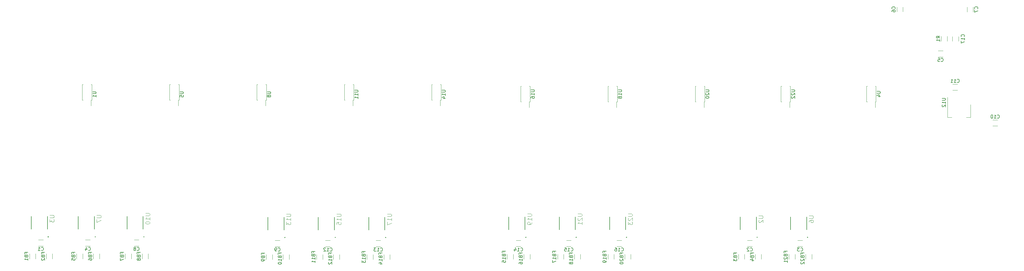
<source format=gbr>
%TF.GenerationSoftware,KiCad,Pcbnew,(6.0.4)*%
%TF.CreationDate,2023-03-07T14:55:24-05:00*%
%TF.ProjectId,Pyrolysis,5079726f-6c79-4736-9973-2e6b69636164,rev?*%
%TF.SameCoordinates,Original*%
%TF.FileFunction,Legend,Bot*%
%TF.FilePolarity,Positive*%
%FSLAX46Y46*%
G04 Gerber Fmt 4.6, Leading zero omitted, Abs format (unit mm)*
G04 Created by KiCad (PCBNEW (6.0.4)) date 2023-03-07 14:55:24*
%MOMM*%
%LPD*%
G01*
G04 APERTURE LIST*
%ADD10C,0.101600*%
%ADD11C,0.150000*%
%ADD12C,0.203200*%
%ADD13C,0.200000*%
%ADD14C,0.120000*%
G04 APERTURE END LIST*
D10*
%TO.C,U21*%
X379314523Y-259190119D02*
X380342619Y-259190119D01*
X380463571Y-259250595D01*
X380524047Y-259311071D01*
X380584523Y-259432023D01*
X380584523Y-259673928D01*
X380524047Y-259794880D01*
X380463571Y-259855357D01*
X380342619Y-259915833D01*
X379314523Y-259915833D01*
X379435476Y-260460119D02*
X379375000Y-260520595D01*
X379314523Y-260641547D01*
X379314523Y-260943928D01*
X379375000Y-261064880D01*
X379435476Y-261125357D01*
X379556428Y-261185833D01*
X379677380Y-261185833D01*
X379858809Y-261125357D01*
X380584523Y-260399642D01*
X380584523Y-261185833D01*
X380584523Y-262395357D02*
X380584523Y-261669642D01*
X380584523Y-262032500D02*
X379314523Y-262032500D01*
X379495952Y-261911547D01*
X379616904Y-261790595D01*
X379677380Y-261669642D01*
D11*
%TO.C,C2*%
X430679166Y-270239642D02*
X430726785Y-270287261D01*
X430869642Y-270334880D01*
X430964880Y-270334880D01*
X431107738Y-270287261D01*
X431202976Y-270192023D01*
X431250595Y-270096785D01*
X431298214Y-269906309D01*
X431298214Y-269763452D01*
X431250595Y-269572976D01*
X431202976Y-269477738D01*
X431107738Y-269382500D01*
X430964880Y-269334880D01*
X430869642Y-269334880D01*
X430726785Y-269382500D01*
X430679166Y-269430119D01*
X430298214Y-269430119D02*
X430250595Y-269382500D01*
X430155357Y-269334880D01*
X429917261Y-269334880D01*
X429822023Y-269382500D01*
X429774404Y-269430119D01*
X429726785Y-269525357D01*
X429726785Y-269620595D01*
X429774404Y-269763452D01*
X430345833Y-270334880D01*
X429726785Y-270334880D01*
%TO.C,FB13*%
X315576886Y-270762152D02*
X315576886Y-270428818D01*
X316100695Y-270428818D02*
X315100695Y-270428818D01*
X315100695Y-270905009D01*
X315576886Y-271619295D02*
X315624505Y-271762152D01*
X315672124Y-271809771D01*
X315767362Y-271857390D01*
X315910219Y-271857390D01*
X316005457Y-271809771D01*
X316053076Y-271762152D01*
X316100695Y-271666914D01*
X316100695Y-271285961D01*
X315100695Y-271285961D01*
X315100695Y-271619295D01*
X315148315Y-271714533D01*
X315195934Y-271762152D01*
X315291172Y-271809771D01*
X315386410Y-271809771D01*
X315481648Y-271762152D01*
X315529267Y-271714533D01*
X315576886Y-271619295D01*
X315576886Y-271285961D01*
X316100695Y-272809771D02*
X316100695Y-272238342D01*
X316100695Y-272524056D02*
X315100695Y-272524056D01*
X315243553Y-272428818D01*
X315338791Y-272333580D01*
X315386410Y-272238342D01*
X315100695Y-273143104D02*
X315100695Y-273762152D01*
X315481648Y-273428818D01*
X315481648Y-273571676D01*
X315529267Y-273666914D01*
X315576886Y-273714533D01*
X315672124Y-273762152D01*
X315910219Y-273762152D01*
X316005457Y-273714533D01*
X316053076Y-273666914D01*
X316100695Y-273571676D01*
X316100695Y-273285961D01*
X316053076Y-273190723D01*
X316005457Y-273143104D01*
%TO.C,FB10*%
X290576886Y-271229652D02*
X290576886Y-270896318D01*
X291100695Y-270896318D02*
X290100695Y-270896318D01*
X290100695Y-271372509D01*
X290576886Y-272086795D02*
X290624505Y-272229652D01*
X290672124Y-272277271D01*
X290767362Y-272324890D01*
X290910219Y-272324890D01*
X291005457Y-272277271D01*
X291053076Y-272229652D01*
X291100695Y-272134414D01*
X291100695Y-271753461D01*
X290100695Y-271753461D01*
X290100695Y-272086795D01*
X290148315Y-272182033D01*
X290195934Y-272229652D01*
X290291172Y-272277271D01*
X290386410Y-272277271D01*
X290481648Y-272229652D01*
X290529267Y-272182033D01*
X290576886Y-272086795D01*
X290576886Y-271753461D01*
X291100695Y-273277271D02*
X291100695Y-272705842D01*
X291100695Y-272991556D02*
X290100695Y-272991556D01*
X290243553Y-272896318D01*
X290338791Y-272801080D01*
X290386410Y-272705842D01*
X290100695Y-273896318D02*
X290100695Y-273991556D01*
X290148315Y-274086795D01*
X290195934Y-274134414D01*
X290291172Y-274182033D01*
X290481648Y-274229652D01*
X290719743Y-274229652D01*
X290910219Y-274182033D01*
X291005457Y-274134414D01*
X291053076Y-274086795D01*
X291100695Y-273991556D01*
X291100695Y-273896318D01*
X291053076Y-273801080D01*
X291005457Y-273753461D01*
X290910219Y-273705842D01*
X290719743Y-273658223D01*
X290481648Y-273658223D01*
X290291172Y-273705842D01*
X290195934Y-273753461D01*
X290148315Y-273801080D01*
X290100695Y-273896318D01*
%TO.C,FB6*%
X234108571Y-271044166D02*
X234108571Y-270710833D01*
X234632380Y-270710833D02*
X233632380Y-270710833D01*
X233632380Y-271187023D01*
X234108571Y-271901309D02*
X234156190Y-272044166D01*
X234203809Y-272091785D01*
X234299047Y-272139404D01*
X234441904Y-272139404D01*
X234537142Y-272091785D01*
X234584761Y-272044166D01*
X234632380Y-271948928D01*
X234632380Y-271567976D01*
X233632380Y-271567976D01*
X233632380Y-271901309D01*
X233680000Y-271996547D01*
X233727619Y-272044166D01*
X233822857Y-272091785D01*
X233918095Y-272091785D01*
X234013333Y-272044166D01*
X234060952Y-271996547D01*
X234108571Y-271901309D01*
X234108571Y-271567976D01*
X233632380Y-272996547D02*
X233632380Y-272806071D01*
X233680000Y-272710833D01*
X233727619Y-272663214D01*
X233870476Y-272567976D01*
X234060952Y-272520357D01*
X234441904Y-272520357D01*
X234537142Y-272567976D01*
X234584761Y-272615595D01*
X234632380Y-272710833D01*
X234632380Y-272901309D01*
X234584761Y-272996547D01*
X234537142Y-273044166D01*
X234441904Y-273091785D01*
X234203809Y-273091785D01*
X234108571Y-273044166D01*
X234060952Y-272996547D01*
X234013333Y-272901309D01*
X234013333Y-272710833D01*
X234060952Y-272615595D01*
X234108571Y-272567976D01*
X234203809Y-272520357D01*
%TO.C,U22*%
X442902380Y-222166904D02*
X443711904Y-222166904D01*
X443807142Y-222214523D01*
X443854761Y-222262142D01*
X443902380Y-222357380D01*
X443902380Y-222547857D01*
X443854761Y-222643095D01*
X443807142Y-222690714D01*
X443711904Y-222738333D01*
X442902380Y-222738333D01*
X442997619Y-223166904D02*
X442950000Y-223214523D01*
X442902380Y-223309761D01*
X442902380Y-223547857D01*
X442950000Y-223643095D01*
X442997619Y-223690714D01*
X443092857Y-223738333D01*
X443188095Y-223738333D01*
X443330952Y-223690714D01*
X443902380Y-223119285D01*
X443902380Y-223738333D01*
X442997619Y-224119285D02*
X442950000Y-224166904D01*
X442902380Y-224262142D01*
X442902380Y-224500238D01*
X442950000Y-224595476D01*
X442997619Y-224643095D01*
X443092857Y-224690714D01*
X443188095Y-224690714D01*
X443330952Y-224643095D01*
X443902380Y-224071666D01*
X443902380Y-224690714D01*
%TO.C,C17*%
X494357142Y-206287142D02*
X494404761Y-206239523D01*
X494452380Y-206096666D01*
X494452380Y-206001428D01*
X494404761Y-205858571D01*
X494309523Y-205763333D01*
X494214285Y-205715714D01*
X494023809Y-205668095D01*
X493880952Y-205668095D01*
X493690476Y-205715714D01*
X493595238Y-205763333D01*
X493500000Y-205858571D01*
X493452380Y-206001428D01*
X493452380Y-206096666D01*
X493500000Y-206239523D01*
X493547619Y-206287142D01*
X494452380Y-207239523D02*
X494452380Y-206668095D01*
X494452380Y-206953809D02*
X493452380Y-206953809D01*
X493595238Y-206858571D01*
X493690476Y-206763333D01*
X493738095Y-206668095D01*
X493452380Y-207572857D02*
X493452380Y-208239523D01*
X494452380Y-207810952D01*
%TO.C,FB2*%
X220108571Y-271044166D02*
X220108571Y-270710833D01*
X220632380Y-270710833D02*
X219632380Y-270710833D01*
X219632380Y-271187023D01*
X220108571Y-271901309D02*
X220156190Y-272044166D01*
X220203809Y-272091785D01*
X220299047Y-272139404D01*
X220441904Y-272139404D01*
X220537142Y-272091785D01*
X220584761Y-272044166D01*
X220632380Y-271948928D01*
X220632380Y-271567976D01*
X219632380Y-271567976D01*
X219632380Y-271901309D01*
X219680000Y-271996547D01*
X219727619Y-272044166D01*
X219822857Y-272091785D01*
X219918095Y-272091785D01*
X220013333Y-272044166D01*
X220060952Y-271996547D01*
X220108571Y-271901309D01*
X220108571Y-271567976D01*
X219727619Y-272520357D02*
X219680000Y-272567976D01*
X219632380Y-272663214D01*
X219632380Y-272901309D01*
X219680000Y-272996547D01*
X219727619Y-273044166D01*
X219822857Y-273091785D01*
X219918095Y-273091785D01*
X220060952Y-273044166D01*
X220632380Y-272472738D01*
X220632380Y-273091785D01*
%TO.C,FB18*%
X377308571Y-271190476D02*
X377308571Y-270857142D01*
X377832380Y-270857142D02*
X376832380Y-270857142D01*
X376832380Y-271333333D01*
X377308571Y-272047619D02*
X377356190Y-272190476D01*
X377403809Y-272238095D01*
X377499047Y-272285714D01*
X377641904Y-272285714D01*
X377737142Y-272238095D01*
X377784761Y-272190476D01*
X377832380Y-272095238D01*
X377832380Y-271714285D01*
X376832380Y-271714285D01*
X376832380Y-272047619D01*
X376880000Y-272142857D01*
X376927619Y-272190476D01*
X377022857Y-272238095D01*
X377118095Y-272238095D01*
X377213333Y-272190476D01*
X377260952Y-272142857D01*
X377308571Y-272047619D01*
X377308571Y-271714285D01*
X377832380Y-273238095D02*
X377832380Y-272666666D01*
X377832380Y-272952380D02*
X376832380Y-272952380D01*
X376975238Y-272857142D01*
X377070476Y-272761904D01*
X377118095Y-272666666D01*
X377260952Y-273809523D02*
X377213333Y-273714285D01*
X377165714Y-273666666D01*
X377070476Y-273619047D01*
X377022857Y-273619047D01*
X376927619Y-273666666D01*
X376880000Y-273714285D01*
X376832380Y-273809523D01*
X376832380Y-274000000D01*
X376880000Y-274095238D01*
X376927619Y-274142857D01*
X377022857Y-274190476D01*
X377070476Y-274190476D01*
X377165714Y-274142857D01*
X377213333Y-274095238D01*
X377260952Y-274000000D01*
X377260952Y-273809523D01*
X377308571Y-273714285D01*
X377356190Y-273666666D01*
X377451428Y-273619047D01*
X377641904Y-273619047D01*
X377737142Y-273666666D01*
X377784761Y-273714285D01*
X377832380Y-273809523D01*
X377832380Y-274000000D01*
X377784761Y-274095238D01*
X377737142Y-274142857D01*
X377641904Y-274190476D01*
X377451428Y-274190476D01*
X377356190Y-274142857D01*
X377308571Y-274095238D01*
X377260952Y-274000000D01*
%TO.C,FB17*%
X372308571Y-270722976D02*
X372308571Y-270389642D01*
X372832380Y-270389642D02*
X371832380Y-270389642D01*
X371832380Y-270865833D01*
X372308571Y-271580119D02*
X372356190Y-271722976D01*
X372403809Y-271770595D01*
X372499047Y-271818214D01*
X372641904Y-271818214D01*
X372737142Y-271770595D01*
X372784761Y-271722976D01*
X372832380Y-271627738D01*
X372832380Y-271246785D01*
X371832380Y-271246785D01*
X371832380Y-271580119D01*
X371880000Y-271675357D01*
X371927619Y-271722976D01*
X372022857Y-271770595D01*
X372118095Y-271770595D01*
X372213333Y-271722976D01*
X372260952Y-271675357D01*
X372308571Y-271580119D01*
X372308571Y-271246785D01*
X372832380Y-272770595D02*
X372832380Y-272199166D01*
X372832380Y-272484880D02*
X371832380Y-272484880D01*
X371975238Y-272389642D01*
X372070476Y-272294404D01*
X372118095Y-272199166D01*
X371832380Y-273103928D02*
X371832380Y-273770595D01*
X372832380Y-273342023D01*
%TO.C,FB1*%
X215108571Y-271044166D02*
X215108571Y-270710833D01*
X215632380Y-270710833D02*
X214632380Y-270710833D01*
X214632380Y-271187023D01*
X215108571Y-271901309D02*
X215156190Y-272044166D01*
X215203809Y-272091785D01*
X215299047Y-272139404D01*
X215441904Y-272139404D01*
X215537142Y-272091785D01*
X215584761Y-272044166D01*
X215632380Y-271948928D01*
X215632380Y-271567976D01*
X214632380Y-271567976D01*
X214632380Y-271901309D01*
X214680000Y-271996547D01*
X214727619Y-272044166D01*
X214822857Y-272091785D01*
X214918095Y-272091785D01*
X215013333Y-272044166D01*
X215060952Y-271996547D01*
X215108571Y-271901309D01*
X215108571Y-271567976D01*
X215632380Y-273091785D02*
X215632380Y-272520357D01*
X215632380Y-272806071D02*
X214632380Y-272806071D01*
X214775238Y-272710833D01*
X214870476Y-272615595D01*
X214918095Y-272520357D01*
%TO.C,C8*%
X248104166Y-270084642D02*
X248151785Y-270132261D01*
X248294642Y-270179880D01*
X248389880Y-270179880D01*
X248532738Y-270132261D01*
X248627976Y-270037023D01*
X248675595Y-269941785D01*
X248723214Y-269751309D01*
X248723214Y-269608452D01*
X248675595Y-269417976D01*
X248627976Y-269322738D01*
X248532738Y-269227500D01*
X248389880Y-269179880D01*
X248294642Y-269179880D01*
X248151785Y-269227500D01*
X248104166Y-269275119D01*
X247532738Y-269608452D02*
X247627976Y-269560833D01*
X247675595Y-269513214D01*
X247723214Y-269417976D01*
X247723214Y-269370357D01*
X247675595Y-269275119D01*
X247627976Y-269227500D01*
X247532738Y-269179880D01*
X247342261Y-269179880D01*
X247247023Y-269227500D01*
X247199404Y-269275119D01*
X247151785Y-269370357D01*
X247151785Y-269417976D01*
X247199404Y-269513214D01*
X247247023Y-269560833D01*
X247342261Y-269608452D01*
X247532738Y-269608452D01*
X247627976Y-269656071D01*
X247675595Y-269703690D01*
X247723214Y-269798928D01*
X247723214Y-269989404D01*
X247675595Y-270084642D01*
X247627976Y-270132261D01*
X247532738Y-270179880D01*
X247342261Y-270179880D01*
X247247023Y-270132261D01*
X247199404Y-270084642D01*
X247151785Y-269989404D01*
X247151785Y-269798928D01*
X247199404Y-269703690D01*
X247247023Y-269656071D01*
X247342261Y-269608452D01*
%TO.C,U5*%
X260902380Y-222738095D02*
X261711904Y-222738095D01*
X261807142Y-222785714D01*
X261854761Y-222833333D01*
X261902380Y-222928571D01*
X261902380Y-223119047D01*
X261854761Y-223214285D01*
X261807142Y-223261904D01*
X261711904Y-223309523D01*
X260902380Y-223309523D01*
X260902380Y-224261904D02*
X260902380Y-223785714D01*
X261378571Y-223738095D01*
X261330952Y-223785714D01*
X261283333Y-223880952D01*
X261283333Y-224119047D01*
X261330952Y-224214285D01*
X261378571Y-224261904D01*
X261473809Y-224309523D01*
X261711904Y-224309523D01*
X261807142Y-224261904D01*
X261854761Y-224214285D01*
X261902380Y-224119047D01*
X261902380Y-223880952D01*
X261854761Y-223785714D01*
X261807142Y-223738095D01*
%TO.C,U12*%
X487792380Y-224701904D02*
X488601904Y-224701904D01*
X488697142Y-224749523D01*
X488744761Y-224797142D01*
X488792380Y-224892380D01*
X488792380Y-225082857D01*
X488744761Y-225178095D01*
X488697142Y-225225714D01*
X488601904Y-225273333D01*
X487792380Y-225273333D01*
X488792380Y-226273333D02*
X488792380Y-225701904D01*
X488792380Y-225987619D02*
X487792380Y-225987619D01*
X487935238Y-225892380D01*
X488030476Y-225797142D01*
X488078095Y-225701904D01*
X487887619Y-226654285D02*
X487840000Y-226701904D01*
X487792380Y-226797142D01*
X487792380Y-227035238D01*
X487840000Y-227130476D01*
X487887619Y-227178095D01*
X487982857Y-227225714D01*
X488078095Y-227225714D01*
X488220952Y-227178095D01*
X488792380Y-226606666D01*
X488792380Y-227225714D01*
D10*
%TO.C,U2*%
X433189523Y-259794880D02*
X434217619Y-259794880D01*
X434338571Y-259855357D01*
X434399047Y-259915833D01*
X434459523Y-260036785D01*
X434459523Y-260278690D01*
X434399047Y-260399642D01*
X434338571Y-260460119D01*
X434217619Y-260520595D01*
X433189523Y-260520595D01*
X433310476Y-261064880D02*
X433250000Y-261125357D01*
X433189523Y-261246309D01*
X433189523Y-261548690D01*
X433250000Y-261669642D01*
X433310476Y-261730119D01*
X433431428Y-261790595D01*
X433552380Y-261790595D01*
X433733809Y-261730119D01*
X434459523Y-261004404D01*
X434459523Y-261790595D01*
D11*
%TO.C,FB3*%
X426183571Y-271199166D02*
X426183571Y-270865833D01*
X426707380Y-270865833D02*
X425707380Y-270865833D01*
X425707380Y-271342023D01*
X426183571Y-272056309D02*
X426231190Y-272199166D01*
X426278809Y-272246785D01*
X426374047Y-272294404D01*
X426516904Y-272294404D01*
X426612142Y-272246785D01*
X426659761Y-272199166D01*
X426707380Y-272103928D01*
X426707380Y-271722976D01*
X425707380Y-271722976D01*
X425707380Y-272056309D01*
X425755000Y-272151547D01*
X425802619Y-272199166D01*
X425897857Y-272246785D01*
X425993095Y-272246785D01*
X426088333Y-272199166D01*
X426135952Y-272151547D01*
X426183571Y-272056309D01*
X426183571Y-271722976D01*
X425707380Y-272627738D02*
X425707380Y-273246785D01*
X426088333Y-272913452D01*
X426088333Y-273056309D01*
X426135952Y-273151547D01*
X426183571Y-273199166D01*
X426278809Y-273246785D01*
X426516904Y-273246785D01*
X426612142Y-273199166D01*
X426659761Y-273151547D01*
X426707380Y-273056309D01*
X426707380Y-272770595D01*
X426659761Y-272675357D01*
X426612142Y-272627738D01*
D10*
%TO.C,U13*%
X292582838Y-259229295D02*
X293610934Y-259229295D01*
X293731886Y-259289771D01*
X293792362Y-259350247D01*
X293852838Y-259471199D01*
X293852838Y-259713104D01*
X293792362Y-259834056D01*
X293731886Y-259894533D01*
X293610934Y-259955009D01*
X292582838Y-259955009D01*
X293852838Y-261225009D02*
X293852838Y-260499295D01*
X293852838Y-260862152D02*
X292582838Y-260862152D01*
X292764267Y-260741199D01*
X292885219Y-260620247D01*
X292945695Y-260499295D01*
X292582838Y-261648342D02*
X292582838Y-262434533D01*
X293066648Y-262011199D01*
X293066648Y-262192628D01*
X293127124Y-262313580D01*
X293187600Y-262374056D01*
X293308553Y-262434533D01*
X293610934Y-262434533D01*
X293731886Y-262374056D01*
X293792362Y-262313580D01*
X293852838Y-262192628D01*
X293852838Y-261829771D01*
X293792362Y-261708818D01*
X293731886Y-261648342D01*
D11*
%TO.C,FB9*%
X285576886Y-271238342D02*
X285576886Y-270905009D01*
X286100695Y-270905009D02*
X285100695Y-270905009D01*
X285100695Y-271381199D01*
X285576886Y-272095485D02*
X285624505Y-272238342D01*
X285672124Y-272285961D01*
X285767362Y-272333580D01*
X285910219Y-272333580D01*
X286005457Y-272285961D01*
X286053076Y-272238342D01*
X286100695Y-272143104D01*
X286100695Y-271762152D01*
X285100695Y-271762152D01*
X285100695Y-272095485D01*
X285148315Y-272190723D01*
X285195934Y-272238342D01*
X285291172Y-272285961D01*
X285386410Y-272285961D01*
X285481648Y-272238342D01*
X285529267Y-272190723D01*
X285576886Y-272095485D01*
X285576886Y-271762152D01*
X286100695Y-272809771D02*
X286100695Y-273000247D01*
X286053076Y-273095485D01*
X286005457Y-273143104D01*
X285862600Y-273238342D01*
X285672124Y-273285961D01*
X285291172Y-273285961D01*
X285195934Y-273238342D01*
X285148315Y-273190723D01*
X285100695Y-273095485D01*
X285100695Y-272905009D01*
X285148315Y-272809771D01*
X285195934Y-272762152D01*
X285291172Y-272714533D01*
X285529267Y-272714533D01*
X285624505Y-272762152D01*
X285672124Y-272809771D01*
X285719743Y-272905009D01*
X285719743Y-273095485D01*
X285672124Y-273190723D01*
X285624505Y-273238342D01*
X285529267Y-273285961D01*
%TO.C,C6*%
X473747142Y-197963333D02*
X473794761Y-197915714D01*
X473842380Y-197772857D01*
X473842380Y-197677619D01*
X473794761Y-197534761D01*
X473699523Y-197439523D01*
X473604285Y-197391904D01*
X473413809Y-197344285D01*
X473270952Y-197344285D01*
X473080476Y-197391904D01*
X472985238Y-197439523D01*
X472890000Y-197534761D01*
X472842380Y-197677619D01*
X472842380Y-197772857D01*
X472890000Y-197915714D01*
X472937619Y-197963333D01*
X472842380Y-198820476D02*
X472842380Y-198630000D01*
X472890000Y-198534761D01*
X472937619Y-198487142D01*
X473080476Y-198391904D01*
X473270952Y-198344285D01*
X473651904Y-198344285D01*
X473747142Y-198391904D01*
X473794761Y-198439523D01*
X473842380Y-198534761D01*
X473842380Y-198725238D01*
X473794761Y-198820476D01*
X473747142Y-198868095D01*
X473651904Y-198915714D01*
X473413809Y-198915714D01*
X473318571Y-198868095D01*
X473270952Y-198820476D01*
X473223333Y-198725238D01*
X473223333Y-198534761D01*
X473270952Y-198439523D01*
X473318571Y-198391904D01*
X473413809Y-198344285D01*
%TO.C,FB5*%
X229108571Y-271044166D02*
X229108571Y-270710833D01*
X229632380Y-270710833D02*
X228632380Y-270710833D01*
X228632380Y-271187023D01*
X229108571Y-271901309D02*
X229156190Y-272044166D01*
X229203809Y-272091785D01*
X229299047Y-272139404D01*
X229441904Y-272139404D01*
X229537142Y-272091785D01*
X229584761Y-272044166D01*
X229632380Y-271948928D01*
X229632380Y-271567976D01*
X228632380Y-271567976D01*
X228632380Y-271901309D01*
X228680000Y-271996547D01*
X228727619Y-272044166D01*
X228822857Y-272091785D01*
X228918095Y-272091785D01*
X229013333Y-272044166D01*
X229060952Y-271996547D01*
X229108571Y-271901309D01*
X229108571Y-271567976D01*
X228632380Y-273044166D02*
X228632380Y-272567976D01*
X229108571Y-272520357D01*
X229060952Y-272567976D01*
X229013333Y-272663214D01*
X229013333Y-272901309D01*
X229060952Y-272996547D01*
X229108571Y-273044166D01*
X229203809Y-273091785D01*
X229441904Y-273091785D01*
X229537142Y-273044166D01*
X229584761Y-272996547D01*
X229632380Y-272901309D01*
X229632380Y-272663214D01*
X229584761Y-272567976D01*
X229537142Y-272520357D01*
%TO.C,FB8*%
X248608571Y-271044166D02*
X248608571Y-270710833D01*
X249132380Y-270710833D02*
X248132380Y-270710833D01*
X248132380Y-271187023D01*
X248608571Y-271901309D02*
X248656190Y-272044166D01*
X248703809Y-272091785D01*
X248799047Y-272139404D01*
X248941904Y-272139404D01*
X249037142Y-272091785D01*
X249084761Y-272044166D01*
X249132380Y-271948928D01*
X249132380Y-271567976D01*
X248132380Y-271567976D01*
X248132380Y-271901309D01*
X248180000Y-271996547D01*
X248227619Y-272044166D01*
X248322857Y-272091785D01*
X248418095Y-272091785D01*
X248513333Y-272044166D01*
X248560952Y-271996547D01*
X248608571Y-271901309D01*
X248608571Y-271567976D01*
X248560952Y-272710833D02*
X248513333Y-272615595D01*
X248465714Y-272567976D01*
X248370476Y-272520357D01*
X248322857Y-272520357D01*
X248227619Y-272567976D01*
X248180000Y-272615595D01*
X248132380Y-272710833D01*
X248132380Y-272901309D01*
X248180000Y-272996547D01*
X248227619Y-273044166D01*
X248322857Y-273091785D01*
X248370476Y-273091785D01*
X248465714Y-273044166D01*
X248513333Y-272996547D01*
X248560952Y-272901309D01*
X248560952Y-272710833D01*
X248608571Y-272615595D01*
X248656190Y-272567976D01*
X248751428Y-272520357D01*
X248941904Y-272520357D01*
X249037142Y-272567976D01*
X249084761Y-272615595D01*
X249132380Y-272710833D01*
X249132380Y-272901309D01*
X249084761Y-272996547D01*
X249037142Y-273044166D01*
X248941904Y-273091785D01*
X248751428Y-273091785D01*
X248656190Y-273044166D01*
X248608571Y-272996547D01*
X248560952Y-272901309D01*
D10*
%TO.C,U17*%
X322582838Y-259229295D02*
X323610934Y-259229295D01*
X323731886Y-259289771D01*
X323792362Y-259350247D01*
X323852838Y-259471199D01*
X323852838Y-259713104D01*
X323792362Y-259834056D01*
X323731886Y-259894533D01*
X323610934Y-259955009D01*
X322582838Y-259955009D01*
X323852838Y-261225009D02*
X323852838Y-260499295D01*
X323852838Y-260862152D02*
X322582838Y-260862152D01*
X322764267Y-260741199D01*
X322885219Y-260620247D01*
X322945695Y-260499295D01*
X322582838Y-261648342D02*
X322582838Y-262495009D01*
X323852838Y-261950723D01*
D11*
%TO.C,FB14*%
X320576886Y-271229652D02*
X320576886Y-270896318D01*
X321100695Y-270896318D02*
X320100695Y-270896318D01*
X320100695Y-271372509D01*
X320576886Y-272086795D02*
X320624505Y-272229652D01*
X320672124Y-272277271D01*
X320767362Y-272324890D01*
X320910219Y-272324890D01*
X321005457Y-272277271D01*
X321053076Y-272229652D01*
X321100695Y-272134414D01*
X321100695Y-271753461D01*
X320100695Y-271753461D01*
X320100695Y-272086795D01*
X320148315Y-272182033D01*
X320195934Y-272229652D01*
X320291172Y-272277271D01*
X320386410Y-272277271D01*
X320481648Y-272229652D01*
X320529267Y-272182033D01*
X320576886Y-272086795D01*
X320576886Y-271753461D01*
X321100695Y-273277271D02*
X321100695Y-272705842D01*
X321100695Y-272991556D02*
X320100695Y-272991556D01*
X320243553Y-272896318D01*
X320338791Y-272801080D01*
X320386410Y-272705842D01*
X320434029Y-274134414D02*
X321100695Y-274134414D01*
X320053076Y-273896318D02*
X320767362Y-273658223D01*
X320767362Y-274277271D01*
%TO.C,FB20*%
X392308571Y-271190476D02*
X392308571Y-270857142D01*
X392832380Y-270857142D02*
X391832380Y-270857142D01*
X391832380Y-271333333D01*
X392308571Y-272047619D02*
X392356190Y-272190476D01*
X392403809Y-272238095D01*
X392499047Y-272285714D01*
X392641904Y-272285714D01*
X392737142Y-272238095D01*
X392784761Y-272190476D01*
X392832380Y-272095238D01*
X392832380Y-271714285D01*
X391832380Y-271714285D01*
X391832380Y-272047619D01*
X391880000Y-272142857D01*
X391927619Y-272190476D01*
X392022857Y-272238095D01*
X392118095Y-272238095D01*
X392213333Y-272190476D01*
X392260952Y-272142857D01*
X392308571Y-272047619D01*
X392308571Y-271714285D01*
X391927619Y-272666666D02*
X391880000Y-272714285D01*
X391832380Y-272809523D01*
X391832380Y-273047619D01*
X391880000Y-273142857D01*
X391927619Y-273190476D01*
X392022857Y-273238095D01*
X392118095Y-273238095D01*
X392260952Y-273190476D01*
X392832380Y-272619047D01*
X392832380Y-273238095D01*
X391832380Y-273857142D02*
X391832380Y-273952380D01*
X391880000Y-274047619D01*
X391927619Y-274095238D01*
X392022857Y-274142857D01*
X392213333Y-274190476D01*
X392451428Y-274190476D01*
X392641904Y-274142857D01*
X392737142Y-274095238D01*
X392784761Y-274047619D01*
X392832380Y-273952380D01*
X392832380Y-273857142D01*
X392784761Y-273761904D01*
X392737142Y-273714285D01*
X392641904Y-273666666D01*
X392451428Y-273619047D01*
X392213333Y-273619047D01*
X392022857Y-273666666D01*
X391927619Y-273714285D01*
X391880000Y-273761904D01*
X391832380Y-273857142D01*
D10*
%TO.C,U6*%
X448189523Y-259794880D02*
X449217619Y-259794880D01*
X449338571Y-259855357D01*
X449399047Y-259915833D01*
X449459523Y-260036785D01*
X449459523Y-260278690D01*
X449399047Y-260399642D01*
X449338571Y-260460119D01*
X449217619Y-260520595D01*
X448189523Y-260520595D01*
X448189523Y-261669642D02*
X448189523Y-261427738D01*
X448250000Y-261306785D01*
X448310476Y-261246309D01*
X448491904Y-261125357D01*
X448733809Y-261064880D01*
X449217619Y-261064880D01*
X449338571Y-261125357D01*
X449399047Y-261185833D01*
X449459523Y-261306785D01*
X449459523Y-261548690D01*
X449399047Y-261669642D01*
X449338571Y-261730119D01*
X449217619Y-261790595D01*
X448915238Y-261790595D01*
X448794285Y-261730119D01*
X448733809Y-261669642D01*
X448673333Y-261548690D01*
X448673333Y-261306785D01*
X448733809Y-261185833D01*
X448794285Y-261125357D01*
X448915238Y-261064880D01*
%TO.C,U15*%
X307582838Y-259229295D02*
X308610934Y-259229295D01*
X308731886Y-259289771D01*
X308792362Y-259350247D01*
X308852838Y-259471199D01*
X308852838Y-259713104D01*
X308792362Y-259834056D01*
X308731886Y-259894533D01*
X308610934Y-259955009D01*
X307582838Y-259955009D01*
X308852838Y-261225009D02*
X308852838Y-260499295D01*
X308852838Y-260862152D02*
X307582838Y-260862152D01*
X307764267Y-260741199D01*
X307885219Y-260620247D01*
X307945695Y-260499295D01*
X307582838Y-262374056D02*
X307582838Y-261769295D01*
X308187600Y-261708818D01*
X308127124Y-261769295D01*
X308066648Y-261890247D01*
X308066648Y-262192628D01*
X308127124Y-262313580D01*
X308187600Y-262374056D01*
X308308553Y-262434533D01*
X308610934Y-262434533D01*
X308731886Y-262374056D01*
X308792362Y-262313580D01*
X308852838Y-262192628D01*
X308852838Y-261890247D01*
X308792362Y-261769295D01*
X308731886Y-261708818D01*
D11*
%TO.C,U14*%
X338902380Y-222261904D02*
X339711904Y-222261904D01*
X339807142Y-222309523D01*
X339854761Y-222357142D01*
X339902380Y-222452380D01*
X339902380Y-222642857D01*
X339854761Y-222738095D01*
X339807142Y-222785714D01*
X339711904Y-222833333D01*
X338902380Y-222833333D01*
X339902380Y-223833333D02*
X339902380Y-223261904D01*
X339902380Y-223547619D02*
X338902380Y-223547619D01*
X339045238Y-223452380D01*
X339140476Y-223357142D01*
X339188095Y-223261904D01*
X339235714Y-224690476D02*
X339902380Y-224690476D01*
X338854761Y-224452380D02*
X339569047Y-224214285D01*
X339569047Y-224833333D01*
%TO.C,C1*%
X219604166Y-270084642D02*
X219651785Y-270132261D01*
X219794642Y-270179880D01*
X219889880Y-270179880D01*
X220032738Y-270132261D01*
X220127976Y-270037023D01*
X220175595Y-269941785D01*
X220223214Y-269751309D01*
X220223214Y-269608452D01*
X220175595Y-269417976D01*
X220127976Y-269322738D01*
X220032738Y-269227500D01*
X219889880Y-269179880D01*
X219794642Y-269179880D01*
X219651785Y-269227500D01*
X219604166Y-269275119D01*
X218651785Y-270179880D02*
X219223214Y-270179880D01*
X218937500Y-270179880D02*
X218937500Y-269179880D01*
X219032738Y-269322738D01*
X219127976Y-269417976D01*
X219223214Y-269465595D01*
%TO.C,FB16*%
X362308571Y-271190476D02*
X362308571Y-270857142D01*
X362832380Y-270857142D02*
X361832380Y-270857142D01*
X361832380Y-271333333D01*
X362308571Y-272047619D02*
X362356190Y-272190476D01*
X362403809Y-272238095D01*
X362499047Y-272285714D01*
X362641904Y-272285714D01*
X362737142Y-272238095D01*
X362784761Y-272190476D01*
X362832380Y-272095238D01*
X362832380Y-271714285D01*
X361832380Y-271714285D01*
X361832380Y-272047619D01*
X361880000Y-272142857D01*
X361927619Y-272190476D01*
X362022857Y-272238095D01*
X362118095Y-272238095D01*
X362213333Y-272190476D01*
X362260952Y-272142857D01*
X362308571Y-272047619D01*
X362308571Y-271714285D01*
X362832380Y-273238095D02*
X362832380Y-272666666D01*
X362832380Y-272952380D02*
X361832380Y-272952380D01*
X361975238Y-272857142D01*
X362070476Y-272761904D01*
X362118095Y-272666666D01*
X361832380Y-274095238D02*
X361832380Y-273904761D01*
X361880000Y-273809523D01*
X361927619Y-273761904D01*
X362070476Y-273666666D01*
X362260952Y-273619047D01*
X362641904Y-273619047D01*
X362737142Y-273666666D01*
X362784761Y-273714285D01*
X362832380Y-273809523D01*
X362832380Y-274000000D01*
X362784761Y-274095238D01*
X362737142Y-274142857D01*
X362641904Y-274190476D01*
X362403809Y-274190476D01*
X362308571Y-274142857D01*
X362260952Y-274095238D01*
X362213333Y-274000000D01*
X362213333Y-273809523D01*
X362260952Y-273714285D01*
X362308571Y-273666666D01*
X362403809Y-273619047D01*
%TO.C,C7*%
X498337142Y-197983333D02*
X498384761Y-197935714D01*
X498432380Y-197792857D01*
X498432380Y-197697619D01*
X498384761Y-197554761D01*
X498289523Y-197459523D01*
X498194285Y-197411904D01*
X498003809Y-197364285D01*
X497860952Y-197364285D01*
X497670476Y-197411904D01*
X497575238Y-197459523D01*
X497480000Y-197554761D01*
X497432380Y-197697619D01*
X497432380Y-197792857D01*
X497480000Y-197935714D01*
X497527619Y-197983333D01*
X497432380Y-198316666D02*
X497432380Y-198983333D01*
X498432380Y-198554761D01*
%TO.C,FB11*%
X300576886Y-270762152D02*
X300576886Y-270428818D01*
X301100695Y-270428818D02*
X300100695Y-270428818D01*
X300100695Y-270905009D01*
X300576886Y-271619295D02*
X300624505Y-271762152D01*
X300672124Y-271809771D01*
X300767362Y-271857390D01*
X300910219Y-271857390D01*
X301005457Y-271809771D01*
X301053076Y-271762152D01*
X301100695Y-271666914D01*
X301100695Y-271285961D01*
X300100695Y-271285961D01*
X300100695Y-271619295D01*
X300148315Y-271714533D01*
X300195934Y-271762152D01*
X300291172Y-271809771D01*
X300386410Y-271809771D01*
X300481648Y-271762152D01*
X300529267Y-271714533D01*
X300576886Y-271619295D01*
X300576886Y-271285961D01*
X301100695Y-272809771D02*
X301100695Y-272238342D01*
X301100695Y-272524056D02*
X300100695Y-272524056D01*
X300243553Y-272428818D01*
X300338791Y-272333580D01*
X300386410Y-272238342D01*
X301100695Y-273762152D02*
X301100695Y-273190723D01*
X301100695Y-273476437D02*
X300100695Y-273476437D01*
X300243553Y-273381199D01*
X300338791Y-273285961D01*
X300386410Y-273190723D01*
%TO.C,FB4*%
X431183571Y-271199166D02*
X431183571Y-270865833D01*
X431707380Y-270865833D02*
X430707380Y-270865833D01*
X430707380Y-271342023D01*
X431183571Y-272056309D02*
X431231190Y-272199166D01*
X431278809Y-272246785D01*
X431374047Y-272294404D01*
X431516904Y-272294404D01*
X431612142Y-272246785D01*
X431659761Y-272199166D01*
X431707380Y-272103928D01*
X431707380Y-271722976D01*
X430707380Y-271722976D01*
X430707380Y-272056309D01*
X430755000Y-272151547D01*
X430802619Y-272199166D01*
X430897857Y-272246785D01*
X430993095Y-272246785D01*
X431088333Y-272199166D01*
X431135952Y-272151547D01*
X431183571Y-272056309D01*
X431183571Y-271722976D01*
X431040714Y-273151547D02*
X431707380Y-273151547D01*
X430659761Y-272913452D02*
X431374047Y-272675357D01*
X431374047Y-273294404D01*
%TO.C,C13*%
X320548672Y-270278818D02*
X320596291Y-270326437D01*
X320739148Y-270374056D01*
X320834386Y-270374056D01*
X320977243Y-270326437D01*
X321072481Y-270231199D01*
X321120100Y-270135961D01*
X321167719Y-269945485D01*
X321167719Y-269802628D01*
X321120100Y-269612152D01*
X321072481Y-269516914D01*
X320977243Y-269421676D01*
X320834386Y-269374056D01*
X320739148Y-269374056D01*
X320596291Y-269421676D01*
X320548672Y-269469295D01*
X319596291Y-270374056D02*
X320167719Y-270374056D01*
X319882005Y-270374056D02*
X319882005Y-269374056D01*
X319977243Y-269516914D01*
X320072481Y-269612152D01*
X320167719Y-269659771D01*
X319262957Y-269374056D02*
X318643910Y-269374056D01*
X318977243Y-269755009D01*
X318834386Y-269755009D01*
X318739148Y-269802628D01*
X318691529Y-269850247D01*
X318643910Y-269945485D01*
X318643910Y-270183580D01*
X318691529Y-270278818D01*
X318739148Y-270326437D01*
X318834386Y-270374056D01*
X319120100Y-270374056D01*
X319215338Y-270326437D01*
X319262957Y-270278818D01*
%TO.C,U8*%
X286902380Y-222738095D02*
X287711904Y-222738095D01*
X287807142Y-222785714D01*
X287854761Y-222833333D01*
X287902380Y-222928571D01*
X287902380Y-223119047D01*
X287854761Y-223214285D01*
X287807142Y-223261904D01*
X287711904Y-223309523D01*
X286902380Y-223309523D01*
X287330952Y-223928571D02*
X287283333Y-223833333D01*
X287235714Y-223785714D01*
X287140476Y-223738095D01*
X287092857Y-223738095D01*
X286997619Y-223785714D01*
X286950000Y-223833333D01*
X286902380Y-223928571D01*
X286902380Y-224119047D01*
X286950000Y-224214285D01*
X286997619Y-224261904D01*
X287092857Y-224309523D01*
X287140476Y-224309523D01*
X287235714Y-224261904D01*
X287283333Y-224214285D01*
X287330952Y-224119047D01*
X287330952Y-223928571D01*
X287378571Y-223833333D01*
X287426190Y-223785714D01*
X287521428Y-223738095D01*
X287711904Y-223738095D01*
X287807142Y-223785714D01*
X287854761Y-223833333D01*
X287902380Y-223928571D01*
X287902380Y-224119047D01*
X287854761Y-224214285D01*
X287807142Y-224261904D01*
X287711904Y-224309523D01*
X287521428Y-224309523D01*
X287426190Y-224261904D01*
X287378571Y-224214285D01*
X287330952Y-224119047D01*
%TO.C,U11*%
X312902380Y-222261904D02*
X313711904Y-222261904D01*
X313807142Y-222309523D01*
X313854761Y-222357142D01*
X313902380Y-222452380D01*
X313902380Y-222642857D01*
X313854761Y-222738095D01*
X313807142Y-222785714D01*
X313711904Y-222833333D01*
X312902380Y-222833333D01*
X313902380Y-223833333D02*
X313902380Y-223261904D01*
X313902380Y-223547619D02*
X312902380Y-223547619D01*
X313045238Y-223452380D01*
X313140476Y-223357142D01*
X313188095Y-223261904D01*
X313902380Y-224785714D02*
X313902380Y-224214285D01*
X313902380Y-224500000D02*
X312902380Y-224500000D01*
X313045238Y-224404761D01*
X313140476Y-224309523D01*
X313188095Y-224214285D01*
D10*
%TO.C,U10*%
X250614523Y-259035119D02*
X251642619Y-259035119D01*
X251763571Y-259095595D01*
X251824047Y-259156071D01*
X251884523Y-259277023D01*
X251884523Y-259518928D01*
X251824047Y-259639880D01*
X251763571Y-259700357D01*
X251642619Y-259760833D01*
X250614523Y-259760833D01*
X251884523Y-261030833D02*
X251884523Y-260305119D01*
X251884523Y-260667976D02*
X250614523Y-260667976D01*
X250795952Y-260547023D01*
X250916904Y-260426071D01*
X250977380Y-260305119D01*
X250614523Y-261817023D02*
X250614523Y-261937976D01*
X250675000Y-262058928D01*
X250735476Y-262119404D01*
X250856428Y-262179880D01*
X251098333Y-262240357D01*
X251400714Y-262240357D01*
X251642619Y-262179880D01*
X251763571Y-262119404D01*
X251824047Y-262058928D01*
X251884523Y-261937976D01*
X251884523Y-261817023D01*
X251824047Y-261696071D01*
X251763571Y-261635595D01*
X251642619Y-261575119D01*
X251400714Y-261514642D01*
X251098333Y-261514642D01*
X250856428Y-261575119D01*
X250735476Y-261635595D01*
X250675000Y-261696071D01*
X250614523Y-261817023D01*
D11*
%TO.C,FB19*%
X387308571Y-270722976D02*
X387308571Y-270389642D01*
X387832380Y-270389642D02*
X386832380Y-270389642D01*
X386832380Y-270865833D01*
X387308571Y-271580119D02*
X387356190Y-271722976D01*
X387403809Y-271770595D01*
X387499047Y-271818214D01*
X387641904Y-271818214D01*
X387737142Y-271770595D01*
X387784761Y-271722976D01*
X387832380Y-271627738D01*
X387832380Y-271246785D01*
X386832380Y-271246785D01*
X386832380Y-271580119D01*
X386880000Y-271675357D01*
X386927619Y-271722976D01*
X387022857Y-271770595D01*
X387118095Y-271770595D01*
X387213333Y-271722976D01*
X387260952Y-271675357D01*
X387308571Y-271580119D01*
X387308571Y-271246785D01*
X387832380Y-272770595D02*
X387832380Y-272199166D01*
X387832380Y-272484880D02*
X386832380Y-272484880D01*
X386975238Y-272389642D01*
X387070476Y-272294404D01*
X387118095Y-272199166D01*
X387832380Y-273246785D02*
X387832380Y-273437261D01*
X387784761Y-273532500D01*
X387737142Y-273580119D01*
X387594285Y-273675357D01*
X387403809Y-273722976D01*
X387022857Y-273722976D01*
X386927619Y-273675357D01*
X386880000Y-273627738D01*
X386832380Y-273532500D01*
X386832380Y-273342023D01*
X386880000Y-273246785D01*
X386927619Y-273199166D01*
X387022857Y-273151547D01*
X387260952Y-273151547D01*
X387356190Y-273199166D01*
X387403809Y-273246785D01*
X387451428Y-273342023D01*
X387451428Y-273532500D01*
X387403809Y-273627738D01*
X387356190Y-273675357D01*
X387260952Y-273722976D01*
%TO.C,FB15*%
X357308571Y-270722976D02*
X357308571Y-270389642D01*
X357832380Y-270389642D02*
X356832380Y-270389642D01*
X356832380Y-270865833D01*
X357308571Y-271580119D02*
X357356190Y-271722976D01*
X357403809Y-271770595D01*
X357499047Y-271818214D01*
X357641904Y-271818214D01*
X357737142Y-271770595D01*
X357784761Y-271722976D01*
X357832380Y-271627738D01*
X357832380Y-271246785D01*
X356832380Y-271246785D01*
X356832380Y-271580119D01*
X356880000Y-271675357D01*
X356927619Y-271722976D01*
X357022857Y-271770595D01*
X357118095Y-271770595D01*
X357213333Y-271722976D01*
X357260952Y-271675357D01*
X357308571Y-271580119D01*
X357308571Y-271246785D01*
X357832380Y-272770595D02*
X357832380Y-272199166D01*
X357832380Y-272484880D02*
X356832380Y-272484880D01*
X356975238Y-272389642D01*
X357070476Y-272294404D01*
X357118095Y-272199166D01*
X356832380Y-273675357D02*
X356832380Y-273199166D01*
X357308571Y-273151547D01*
X357260952Y-273199166D01*
X357213333Y-273294404D01*
X357213333Y-273532500D01*
X357260952Y-273627738D01*
X357308571Y-273675357D01*
X357403809Y-273722976D01*
X357641904Y-273722976D01*
X357737142Y-273675357D01*
X357784761Y-273627738D01*
X357832380Y-273532500D01*
X357832380Y-273294404D01*
X357784761Y-273199166D01*
X357737142Y-273151547D01*
D10*
%TO.C,U23*%
X394314523Y-259190119D02*
X395342619Y-259190119D01*
X395463571Y-259250595D01*
X395524047Y-259311071D01*
X395584523Y-259432023D01*
X395584523Y-259673928D01*
X395524047Y-259794880D01*
X395463571Y-259855357D01*
X395342619Y-259915833D01*
X394314523Y-259915833D01*
X394435476Y-260460119D02*
X394375000Y-260520595D01*
X394314523Y-260641547D01*
X394314523Y-260943928D01*
X394375000Y-261064880D01*
X394435476Y-261125357D01*
X394556428Y-261185833D01*
X394677380Y-261185833D01*
X394858809Y-261125357D01*
X395584523Y-260399642D01*
X395584523Y-261185833D01*
X394314523Y-261609166D02*
X394314523Y-262395357D01*
X394798333Y-261972023D01*
X394798333Y-262153452D01*
X394858809Y-262274404D01*
X394919285Y-262334880D01*
X395040238Y-262395357D01*
X395342619Y-262395357D01*
X395463571Y-262334880D01*
X395524047Y-262274404D01*
X395584523Y-262153452D01*
X395584523Y-261790595D01*
X395524047Y-261669642D01*
X395463571Y-261609166D01*
D11*
%TO.C,C16*%
X392280357Y-270239642D02*
X392327976Y-270287261D01*
X392470833Y-270334880D01*
X392566071Y-270334880D01*
X392708928Y-270287261D01*
X392804166Y-270192023D01*
X392851785Y-270096785D01*
X392899404Y-269906309D01*
X392899404Y-269763452D01*
X392851785Y-269572976D01*
X392804166Y-269477738D01*
X392708928Y-269382500D01*
X392566071Y-269334880D01*
X392470833Y-269334880D01*
X392327976Y-269382500D01*
X392280357Y-269430119D01*
X391327976Y-270334880D02*
X391899404Y-270334880D01*
X391613690Y-270334880D02*
X391613690Y-269334880D01*
X391708928Y-269477738D01*
X391804166Y-269572976D01*
X391899404Y-269620595D01*
X390470833Y-269334880D02*
X390661309Y-269334880D01*
X390756547Y-269382500D01*
X390804166Y-269430119D01*
X390899404Y-269572976D01*
X390947023Y-269763452D01*
X390947023Y-270144404D01*
X390899404Y-270239642D01*
X390851785Y-270287261D01*
X390756547Y-270334880D01*
X390566071Y-270334880D01*
X390470833Y-270287261D01*
X390423214Y-270239642D01*
X390375595Y-270144404D01*
X390375595Y-269906309D01*
X390423214Y-269811071D01*
X390470833Y-269763452D01*
X390566071Y-269715833D01*
X390756547Y-269715833D01*
X390851785Y-269763452D01*
X390899404Y-269811071D01*
X390947023Y-269906309D01*
D10*
%TO.C,U7*%
X236114523Y-259639880D02*
X237142619Y-259639880D01*
X237263571Y-259700357D01*
X237324047Y-259760833D01*
X237384523Y-259881785D01*
X237384523Y-260123690D01*
X237324047Y-260244642D01*
X237263571Y-260305119D01*
X237142619Y-260365595D01*
X236114523Y-260365595D01*
X236114523Y-260849404D02*
X236114523Y-261696071D01*
X237384523Y-261151785D01*
D11*
%TO.C,C15*%
X377280357Y-270239642D02*
X377327976Y-270287261D01*
X377470833Y-270334880D01*
X377566071Y-270334880D01*
X377708928Y-270287261D01*
X377804166Y-270192023D01*
X377851785Y-270096785D01*
X377899404Y-269906309D01*
X377899404Y-269763452D01*
X377851785Y-269572976D01*
X377804166Y-269477738D01*
X377708928Y-269382500D01*
X377566071Y-269334880D01*
X377470833Y-269334880D01*
X377327976Y-269382500D01*
X377280357Y-269430119D01*
X376327976Y-270334880D02*
X376899404Y-270334880D01*
X376613690Y-270334880D02*
X376613690Y-269334880D01*
X376708928Y-269477738D01*
X376804166Y-269572976D01*
X376899404Y-269620595D01*
X375423214Y-269334880D02*
X375899404Y-269334880D01*
X375947023Y-269811071D01*
X375899404Y-269763452D01*
X375804166Y-269715833D01*
X375566071Y-269715833D01*
X375470833Y-269763452D01*
X375423214Y-269811071D01*
X375375595Y-269906309D01*
X375375595Y-270144404D01*
X375423214Y-270239642D01*
X375470833Y-270287261D01*
X375566071Y-270334880D01*
X375804166Y-270334880D01*
X375899404Y-270287261D01*
X375947023Y-270239642D01*
%TO.C,C9*%
X290072481Y-270278818D02*
X290120100Y-270326437D01*
X290262957Y-270374056D01*
X290358195Y-270374056D01*
X290501053Y-270326437D01*
X290596291Y-270231199D01*
X290643910Y-270135961D01*
X290691529Y-269945485D01*
X290691529Y-269802628D01*
X290643910Y-269612152D01*
X290596291Y-269516914D01*
X290501053Y-269421676D01*
X290358195Y-269374056D01*
X290262957Y-269374056D01*
X290120100Y-269421676D01*
X290072481Y-269469295D01*
X289596291Y-270374056D02*
X289405815Y-270374056D01*
X289310576Y-270326437D01*
X289262957Y-270278818D01*
X289167719Y-270135961D01*
X289120100Y-269945485D01*
X289120100Y-269564533D01*
X289167719Y-269469295D01*
X289215338Y-269421676D01*
X289310576Y-269374056D01*
X289501053Y-269374056D01*
X289596291Y-269421676D01*
X289643910Y-269469295D01*
X289691529Y-269564533D01*
X289691529Y-269802628D01*
X289643910Y-269897866D01*
X289596291Y-269945485D01*
X289501053Y-269993104D01*
X289310576Y-269993104D01*
X289215338Y-269945485D01*
X289167719Y-269897866D01*
X289120100Y-269802628D01*
%TO.C,U16*%
X365402380Y-222166904D02*
X366211904Y-222166904D01*
X366307142Y-222214523D01*
X366354761Y-222262142D01*
X366402380Y-222357380D01*
X366402380Y-222547857D01*
X366354761Y-222643095D01*
X366307142Y-222690714D01*
X366211904Y-222738333D01*
X365402380Y-222738333D01*
X366402380Y-223738333D02*
X366402380Y-223166904D01*
X366402380Y-223452619D02*
X365402380Y-223452619D01*
X365545238Y-223357380D01*
X365640476Y-223262142D01*
X365688095Y-223166904D01*
X365402380Y-224595476D02*
X365402380Y-224405000D01*
X365450000Y-224309761D01*
X365497619Y-224262142D01*
X365640476Y-224166904D01*
X365830952Y-224119285D01*
X366211904Y-224119285D01*
X366307142Y-224166904D01*
X366354761Y-224214523D01*
X366402380Y-224309761D01*
X366402380Y-224500238D01*
X366354761Y-224595476D01*
X366307142Y-224643095D01*
X366211904Y-224690714D01*
X365973809Y-224690714D01*
X365878571Y-224643095D01*
X365830952Y-224595476D01*
X365783333Y-224500238D01*
X365783333Y-224309761D01*
X365830952Y-224214523D01*
X365878571Y-224166904D01*
X365973809Y-224119285D01*
D10*
%TO.C,U3*%
X222114523Y-259639880D02*
X223142619Y-259639880D01*
X223263571Y-259700357D01*
X223324047Y-259760833D01*
X223384523Y-259881785D01*
X223384523Y-260123690D01*
X223324047Y-260244642D01*
X223263571Y-260305119D01*
X223142619Y-260365595D01*
X222114523Y-260365595D01*
X222114523Y-260849404D02*
X222114523Y-261635595D01*
X222598333Y-261212261D01*
X222598333Y-261393690D01*
X222658809Y-261514642D01*
X222719285Y-261575119D01*
X222840238Y-261635595D01*
X223142619Y-261635595D01*
X223263571Y-261575119D01*
X223324047Y-261514642D01*
X223384523Y-261393690D01*
X223384523Y-261030833D01*
X223324047Y-260909880D01*
X223263571Y-260849404D01*
D11*
%TO.C,C4*%
X233604166Y-270084642D02*
X233651785Y-270132261D01*
X233794642Y-270179880D01*
X233889880Y-270179880D01*
X234032738Y-270132261D01*
X234127976Y-270037023D01*
X234175595Y-269941785D01*
X234223214Y-269751309D01*
X234223214Y-269608452D01*
X234175595Y-269417976D01*
X234127976Y-269322738D01*
X234032738Y-269227500D01*
X233889880Y-269179880D01*
X233794642Y-269179880D01*
X233651785Y-269227500D01*
X233604166Y-269275119D01*
X232747023Y-269513214D02*
X232747023Y-270179880D01*
X232985119Y-269132261D02*
X233223214Y-269846547D01*
X232604166Y-269846547D01*
%TO.C,FB21*%
X441183571Y-270722976D02*
X441183571Y-270389642D01*
X441707380Y-270389642D02*
X440707380Y-270389642D01*
X440707380Y-270865833D01*
X441183571Y-271580119D02*
X441231190Y-271722976D01*
X441278809Y-271770595D01*
X441374047Y-271818214D01*
X441516904Y-271818214D01*
X441612142Y-271770595D01*
X441659761Y-271722976D01*
X441707380Y-271627738D01*
X441707380Y-271246785D01*
X440707380Y-271246785D01*
X440707380Y-271580119D01*
X440755000Y-271675357D01*
X440802619Y-271722976D01*
X440897857Y-271770595D01*
X440993095Y-271770595D01*
X441088333Y-271722976D01*
X441135952Y-271675357D01*
X441183571Y-271580119D01*
X441183571Y-271246785D01*
X440802619Y-272199166D02*
X440755000Y-272246785D01*
X440707380Y-272342023D01*
X440707380Y-272580119D01*
X440755000Y-272675357D01*
X440802619Y-272722976D01*
X440897857Y-272770595D01*
X440993095Y-272770595D01*
X441135952Y-272722976D01*
X441707380Y-272151547D01*
X441707380Y-272770595D01*
X441707380Y-273722976D02*
X441707380Y-273151547D01*
X441707380Y-273437261D02*
X440707380Y-273437261D01*
X440850238Y-273342023D01*
X440945476Y-273246785D01*
X440993095Y-273151547D01*
%TO.C,U18*%
X391402380Y-222166904D02*
X392211904Y-222166904D01*
X392307142Y-222214523D01*
X392354761Y-222262142D01*
X392402380Y-222357380D01*
X392402380Y-222547857D01*
X392354761Y-222643095D01*
X392307142Y-222690714D01*
X392211904Y-222738333D01*
X391402380Y-222738333D01*
X392402380Y-223738333D02*
X392402380Y-223166904D01*
X392402380Y-223452619D02*
X391402380Y-223452619D01*
X391545238Y-223357380D01*
X391640476Y-223262142D01*
X391688095Y-223166904D01*
X391830952Y-224309761D02*
X391783333Y-224214523D01*
X391735714Y-224166904D01*
X391640476Y-224119285D01*
X391592857Y-224119285D01*
X391497619Y-224166904D01*
X391450000Y-224214523D01*
X391402380Y-224309761D01*
X391402380Y-224500238D01*
X391450000Y-224595476D01*
X391497619Y-224643095D01*
X391592857Y-224690714D01*
X391640476Y-224690714D01*
X391735714Y-224643095D01*
X391783333Y-224595476D01*
X391830952Y-224500238D01*
X391830952Y-224309761D01*
X391878571Y-224214523D01*
X391926190Y-224166904D01*
X392021428Y-224119285D01*
X392211904Y-224119285D01*
X392307142Y-224166904D01*
X392354761Y-224214523D01*
X392402380Y-224309761D01*
X392402380Y-224500238D01*
X392354761Y-224595476D01*
X392307142Y-224643095D01*
X392211904Y-224690714D01*
X392021428Y-224690714D01*
X391926190Y-224643095D01*
X391878571Y-224595476D01*
X391830952Y-224500238D01*
%TO.C,FB22*%
X446183571Y-271190476D02*
X446183571Y-270857142D01*
X446707380Y-270857142D02*
X445707380Y-270857142D01*
X445707380Y-271333333D01*
X446183571Y-272047619D02*
X446231190Y-272190476D01*
X446278809Y-272238095D01*
X446374047Y-272285714D01*
X446516904Y-272285714D01*
X446612142Y-272238095D01*
X446659761Y-272190476D01*
X446707380Y-272095238D01*
X446707380Y-271714285D01*
X445707380Y-271714285D01*
X445707380Y-272047619D01*
X445755000Y-272142857D01*
X445802619Y-272190476D01*
X445897857Y-272238095D01*
X445993095Y-272238095D01*
X446088333Y-272190476D01*
X446135952Y-272142857D01*
X446183571Y-272047619D01*
X446183571Y-271714285D01*
X445802619Y-272666666D02*
X445755000Y-272714285D01*
X445707380Y-272809523D01*
X445707380Y-273047619D01*
X445755000Y-273142857D01*
X445802619Y-273190476D01*
X445897857Y-273238095D01*
X445993095Y-273238095D01*
X446135952Y-273190476D01*
X446707380Y-272619047D01*
X446707380Y-273238095D01*
X445802619Y-273619047D02*
X445755000Y-273666666D01*
X445707380Y-273761904D01*
X445707380Y-274000000D01*
X445755000Y-274095238D01*
X445802619Y-274142857D01*
X445897857Y-274190476D01*
X445993095Y-274190476D01*
X446135952Y-274142857D01*
X446707380Y-273571428D01*
X446707380Y-274190476D01*
%TO.C,U4*%
X468402380Y-222643095D02*
X469211904Y-222643095D01*
X469307142Y-222690714D01*
X469354761Y-222738333D01*
X469402380Y-222833571D01*
X469402380Y-223024047D01*
X469354761Y-223119285D01*
X469307142Y-223166904D01*
X469211904Y-223214523D01*
X468402380Y-223214523D01*
X468735714Y-224119285D02*
X469402380Y-224119285D01*
X468354761Y-223881190D02*
X469069047Y-223643095D01*
X469069047Y-224262142D01*
%TO.C,C12*%
X305548672Y-270278818D02*
X305596291Y-270326437D01*
X305739148Y-270374056D01*
X305834386Y-270374056D01*
X305977243Y-270326437D01*
X306072481Y-270231199D01*
X306120100Y-270135961D01*
X306167719Y-269945485D01*
X306167719Y-269802628D01*
X306120100Y-269612152D01*
X306072481Y-269516914D01*
X305977243Y-269421676D01*
X305834386Y-269374056D01*
X305739148Y-269374056D01*
X305596291Y-269421676D01*
X305548672Y-269469295D01*
X304596291Y-270374056D02*
X305167719Y-270374056D01*
X304882005Y-270374056D02*
X304882005Y-269374056D01*
X304977243Y-269516914D01*
X305072481Y-269612152D01*
X305167719Y-269659771D01*
X304215338Y-269469295D02*
X304167719Y-269421676D01*
X304072481Y-269374056D01*
X303834386Y-269374056D01*
X303739148Y-269421676D01*
X303691529Y-269469295D01*
X303643910Y-269564533D01*
X303643910Y-269659771D01*
X303691529Y-269802628D01*
X304262957Y-270374056D01*
X303643910Y-270374056D01*
%TO.C,U1*%
X234902380Y-222738095D02*
X235711904Y-222738095D01*
X235807142Y-222785714D01*
X235854761Y-222833333D01*
X235902380Y-222928571D01*
X235902380Y-223119047D01*
X235854761Y-223214285D01*
X235807142Y-223261904D01*
X235711904Y-223309523D01*
X234902380Y-223309523D01*
X235902380Y-224309523D02*
X235902380Y-223738095D01*
X235902380Y-224023809D02*
X234902380Y-224023809D01*
X235045238Y-223928571D01*
X235140476Y-223833333D01*
X235188095Y-223738095D01*
%TO.C,R1*%
X487082380Y-206713333D02*
X486606190Y-206380000D01*
X487082380Y-206141904D02*
X486082380Y-206141904D01*
X486082380Y-206522857D01*
X486130000Y-206618095D01*
X486177619Y-206665714D01*
X486272857Y-206713333D01*
X486415714Y-206713333D01*
X486510952Y-206665714D01*
X486558571Y-206618095D01*
X486606190Y-206522857D01*
X486606190Y-206141904D01*
X487082380Y-207665714D02*
X487082380Y-207094285D01*
X487082380Y-207380000D02*
X486082380Y-207380000D01*
X486225238Y-207284761D01*
X486320476Y-207189523D01*
X486368095Y-207094285D01*
%TO.C,C11*%
X492292857Y-219887142D02*
X492340476Y-219934761D01*
X492483333Y-219982380D01*
X492578571Y-219982380D01*
X492721428Y-219934761D01*
X492816666Y-219839523D01*
X492864285Y-219744285D01*
X492911904Y-219553809D01*
X492911904Y-219410952D01*
X492864285Y-219220476D01*
X492816666Y-219125238D01*
X492721428Y-219030000D01*
X492578571Y-218982380D01*
X492483333Y-218982380D01*
X492340476Y-219030000D01*
X492292857Y-219077619D01*
X491340476Y-219982380D02*
X491911904Y-219982380D01*
X491626190Y-219982380D02*
X491626190Y-218982380D01*
X491721428Y-219125238D01*
X491816666Y-219220476D01*
X491911904Y-219268095D01*
X490388095Y-219982380D02*
X490959523Y-219982380D01*
X490673809Y-219982380D02*
X490673809Y-218982380D01*
X490769047Y-219125238D01*
X490864285Y-219220476D01*
X490959523Y-219268095D01*
%TO.C,FB7*%
X243608571Y-271044166D02*
X243608571Y-270710833D01*
X244132380Y-270710833D02*
X243132380Y-270710833D01*
X243132380Y-271187023D01*
X243608571Y-271901309D02*
X243656190Y-272044166D01*
X243703809Y-272091785D01*
X243799047Y-272139404D01*
X243941904Y-272139404D01*
X244037142Y-272091785D01*
X244084761Y-272044166D01*
X244132380Y-271948928D01*
X244132380Y-271567976D01*
X243132380Y-271567976D01*
X243132380Y-271901309D01*
X243180000Y-271996547D01*
X243227619Y-272044166D01*
X243322857Y-272091785D01*
X243418095Y-272091785D01*
X243513333Y-272044166D01*
X243560952Y-271996547D01*
X243608571Y-271901309D01*
X243608571Y-271567976D01*
X243132380Y-272472738D02*
X243132380Y-273139404D01*
X244132380Y-272710833D01*
D10*
%TO.C,U19*%
X364314523Y-259190119D02*
X365342619Y-259190119D01*
X365463571Y-259250595D01*
X365524047Y-259311071D01*
X365584523Y-259432023D01*
X365584523Y-259673928D01*
X365524047Y-259794880D01*
X365463571Y-259855357D01*
X365342619Y-259915833D01*
X364314523Y-259915833D01*
X365584523Y-261185833D02*
X365584523Y-260460119D01*
X365584523Y-260822976D02*
X364314523Y-260822976D01*
X364495952Y-260702023D01*
X364616904Y-260581071D01*
X364677380Y-260460119D01*
X365584523Y-261790595D02*
X365584523Y-262032500D01*
X365524047Y-262153452D01*
X365463571Y-262213928D01*
X365282142Y-262334880D01*
X365040238Y-262395357D01*
X364556428Y-262395357D01*
X364435476Y-262334880D01*
X364375000Y-262274404D01*
X364314523Y-262153452D01*
X364314523Y-261911547D01*
X364375000Y-261790595D01*
X364435476Y-261730119D01*
X364556428Y-261669642D01*
X364858809Y-261669642D01*
X364979761Y-261730119D01*
X365040238Y-261790595D01*
X365100714Y-261911547D01*
X365100714Y-262153452D01*
X365040238Y-262274404D01*
X364979761Y-262334880D01*
X364858809Y-262395357D01*
D11*
%TO.C,FB12*%
X305576886Y-271229652D02*
X305576886Y-270896318D01*
X306100695Y-270896318D02*
X305100695Y-270896318D01*
X305100695Y-271372509D01*
X305576886Y-272086795D02*
X305624505Y-272229652D01*
X305672124Y-272277271D01*
X305767362Y-272324890D01*
X305910219Y-272324890D01*
X306005457Y-272277271D01*
X306053076Y-272229652D01*
X306100695Y-272134414D01*
X306100695Y-271753461D01*
X305100695Y-271753461D01*
X305100695Y-272086795D01*
X305148315Y-272182033D01*
X305195934Y-272229652D01*
X305291172Y-272277271D01*
X305386410Y-272277271D01*
X305481648Y-272229652D01*
X305529267Y-272182033D01*
X305576886Y-272086795D01*
X305576886Y-271753461D01*
X306100695Y-273277271D02*
X306100695Y-272705842D01*
X306100695Y-272991556D02*
X305100695Y-272991556D01*
X305243553Y-272896318D01*
X305338791Y-272801080D01*
X305386410Y-272705842D01*
X305195934Y-273658223D02*
X305148315Y-273705842D01*
X305100695Y-273801080D01*
X305100695Y-274039176D01*
X305148315Y-274134414D01*
X305195934Y-274182033D01*
X305291172Y-274229652D01*
X305386410Y-274229652D01*
X305529267Y-274182033D01*
X306100695Y-273610604D01*
X306100695Y-274229652D01*
%TO.C,C3*%
X445679166Y-270239642D02*
X445726785Y-270287261D01*
X445869642Y-270334880D01*
X445964880Y-270334880D01*
X446107738Y-270287261D01*
X446202976Y-270192023D01*
X446250595Y-270096785D01*
X446298214Y-269906309D01*
X446298214Y-269763452D01*
X446250595Y-269572976D01*
X446202976Y-269477738D01*
X446107738Y-269382500D01*
X445964880Y-269334880D01*
X445869642Y-269334880D01*
X445726785Y-269382500D01*
X445679166Y-269430119D01*
X445345833Y-269334880D02*
X444726785Y-269334880D01*
X445060119Y-269715833D01*
X444917261Y-269715833D01*
X444822023Y-269763452D01*
X444774404Y-269811071D01*
X444726785Y-269906309D01*
X444726785Y-270144404D01*
X444774404Y-270239642D01*
X444822023Y-270287261D01*
X444917261Y-270334880D01*
X445202976Y-270334880D01*
X445298214Y-270287261D01*
X445345833Y-270239642D01*
%TO.C,U20*%
X417402380Y-222166904D02*
X418211904Y-222166904D01*
X418307142Y-222214523D01*
X418354761Y-222262142D01*
X418402380Y-222357380D01*
X418402380Y-222547857D01*
X418354761Y-222643095D01*
X418307142Y-222690714D01*
X418211904Y-222738333D01*
X417402380Y-222738333D01*
X417497619Y-223166904D02*
X417450000Y-223214523D01*
X417402380Y-223309761D01*
X417402380Y-223547857D01*
X417450000Y-223643095D01*
X417497619Y-223690714D01*
X417592857Y-223738333D01*
X417688095Y-223738333D01*
X417830952Y-223690714D01*
X418402380Y-223119285D01*
X418402380Y-223738333D01*
X417402380Y-224357380D02*
X417402380Y-224452619D01*
X417450000Y-224547857D01*
X417497619Y-224595476D01*
X417592857Y-224643095D01*
X417783333Y-224690714D01*
X418021428Y-224690714D01*
X418211904Y-224643095D01*
X418307142Y-224595476D01*
X418354761Y-224547857D01*
X418402380Y-224452619D01*
X418402380Y-224357380D01*
X418354761Y-224262142D01*
X418307142Y-224214523D01*
X418211904Y-224166904D01*
X418021428Y-224119285D01*
X417783333Y-224119285D01*
X417592857Y-224166904D01*
X417497619Y-224214523D01*
X417450000Y-224262142D01*
X417402380Y-224357380D01*
%TO.C,C10*%
X504232857Y-230557142D02*
X504280476Y-230604761D01*
X504423333Y-230652380D01*
X504518571Y-230652380D01*
X504661428Y-230604761D01*
X504756666Y-230509523D01*
X504804285Y-230414285D01*
X504851904Y-230223809D01*
X504851904Y-230080952D01*
X504804285Y-229890476D01*
X504756666Y-229795238D01*
X504661428Y-229700000D01*
X504518571Y-229652380D01*
X504423333Y-229652380D01*
X504280476Y-229700000D01*
X504232857Y-229747619D01*
X503280476Y-230652380D02*
X503851904Y-230652380D01*
X503566190Y-230652380D02*
X503566190Y-229652380D01*
X503661428Y-229795238D01*
X503756666Y-229890476D01*
X503851904Y-229938095D01*
X502661428Y-229652380D02*
X502566190Y-229652380D01*
X502470952Y-229700000D01*
X502423333Y-229747619D01*
X502375714Y-229842857D01*
X502328095Y-230033333D01*
X502328095Y-230271428D01*
X502375714Y-230461904D01*
X502423333Y-230557142D01*
X502470952Y-230604761D01*
X502566190Y-230652380D01*
X502661428Y-230652380D01*
X502756666Y-230604761D01*
X502804285Y-230557142D01*
X502851904Y-230461904D01*
X502899523Y-230271428D01*
X502899523Y-230033333D01*
X502851904Y-229842857D01*
X502804285Y-229747619D01*
X502756666Y-229700000D01*
X502661428Y-229652380D01*
%TO.C,C5*%
X487476666Y-213637142D02*
X487524285Y-213684761D01*
X487667142Y-213732380D01*
X487762380Y-213732380D01*
X487905238Y-213684761D01*
X488000476Y-213589523D01*
X488048095Y-213494285D01*
X488095714Y-213303809D01*
X488095714Y-213160952D01*
X488048095Y-212970476D01*
X488000476Y-212875238D01*
X487905238Y-212780000D01*
X487762380Y-212732380D01*
X487667142Y-212732380D01*
X487524285Y-212780000D01*
X487476666Y-212827619D01*
X486571904Y-212732380D02*
X487048095Y-212732380D01*
X487095714Y-213208571D01*
X487048095Y-213160952D01*
X486952857Y-213113333D01*
X486714761Y-213113333D01*
X486619523Y-213160952D01*
X486571904Y-213208571D01*
X486524285Y-213303809D01*
X486524285Y-213541904D01*
X486571904Y-213637142D01*
X486619523Y-213684761D01*
X486714761Y-213732380D01*
X486952857Y-213732380D01*
X487048095Y-213684761D01*
X487095714Y-213637142D01*
%TO.C,C14*%
X362280357Y-270239642D02*
X362327976Y-270287261D01*
X362470833Y-270334880D01*
X362566071Y-270334880D01*
X362708928Y-270287261D01*
X362804166Y-270192023D01*
X362851785Y-270096785D01*
X362899404Y-269906309D01*
X362899404Y-269763452D01*
X362851785Y-269572976D01*
X362804166Y-269477738D01*
X362708928Y-269382500D01*
X362566071Y-269334880D01*
X362470833Y-269334880D01*
X362327976Y-269382500D01*
X362280357Y-269430119D01*
X361327976Y-270334880D02*
X361899404Y-270334880D01*
X361613690Y-270334880D02*
X361613690Y-269334880D01*
X361708928Y-269477738D01*
X361804166Y-269572976D01*
X361899404Y-269620595D01*
X360470833Y-269668214D02*
X360470833Y-270334880D01*
X360708928Y-269287261D02*
X360947023Y-270001547D01*
X360327976Y-270001547D01*
D12*
%TO.C,U21*%
X373802240Y-260132580D02*
X373802240Y-263432040D01*
X378597760Y-263432040D02*
X378597760Y-260132580D01*
X378597760Y-263932420D02*
X378597760Y-263432040D01*
X373802240Y-263432040D02*
X373802240Y-263932420D01*
D13*
X378950000Y-266222500D02*
G75*
G03*
X378950000Y-266222500I-100000J0D01*
G01*
D14*
%TO.C,C2*%
X429801248Y-268942500D02*
X431223752Y-268942500D01*
X429801248Y-267122500D02*
X431223752Y-267122500D01*
%TO.C,FB13*%
X318378315Y-271344612D02*
X318378315Y-272798740D01*
X316558315Y-271344612D02*
X316558315Y-272798740D01*
%TO.C,FB10*%
X293378315Y-271344612D02*
X293378315Y-272798740D01*
X291558315Y-271344612D02*
X291558315Y-272798740D01*
%TO.C,FB6*%
X235090000Y-271150436D02*
X235090000Y-272604564D01*
X236910000Y-271150436D02*
X236910000Y-272604564D01*
%TO.C,U22*%
X439790000Y-223405000D02*
X439790000Y-221095000D01*
X439790000Y-223405000D02*
X439790000Y-225715000D01*
X442610000Y-221095000D02*
X442395000Y-221095000D01*
X442610000Y-223405000D02*
X442610000Y-225715000D01*
X442395000Y-225715000D02*
X442395000Y-227405000D01*
X439790000Y-221095000D02*
X440005000Y-221095000D01*
X442610000Y-223405000D02*
X442610000Y-221095000D01*
X442610000Y-225715000D02*
X442395000Y-225715000D01*
X439790000Y-225715000D02*
X440005000Y-225715000D01*
%TO.C,C17*%
X492670000Y-206218748D02*
X492670000Y-207641252D01*
X490850000Y-206218748D02*
X490850000Y-207641252D01*
%TO.C,FB2*%
X222910000Y-271150436D02*
X222910000Y-272604564D01*
X221090000Y-271150436D02*
X221090000Y-272604564D01*
%TO.C,FB18*%
X378290000Y-271305436D02*
X378290000Y-272759564D01*
X380110000Y-271305436D02*
X380110000Y-272759564D01*
%TO.C,FB17*%
X373290000Y-271305436D02*
X373290000Y-272759564D01*
X375110000Y-271305436D02*
X375110000Y-272759564D01*
%TO.C,FB1*%
X216090000Y-271150436D02*
X216090000Y-272604564D01*
X217910000Y-271150436D02*
X217910000Y-272604564D01*
%TO.C,C8*%
X247226248Y-268787500D02*
X248648752Y-268787500D01*
X247226248Y-266967500D02*
X248648752Y-266967500D01*
%TO.C,U5*%
X257790000Y-222905000D02*
X257790000Y-225215000D01*
X257790000Y-222905000D02*
X257790000Y-220595000D01*
X260610000Y-222905000D02*
X260610000Y-220595000D01*
X257790000Y-220595000D02*
X258005000Y-220595000D01*
X260610000Y-220595000D02*
X260395000Y-220595000D01*
X257790000Y-225215000D02*
X258005000Y-225215000D01*
X260395000Y-225215000D02*
X260395000Y-226905000D01*
X260610000Y-225215000D02*
X260395000Y-225215000D01*
X260610000Y-222905000D02*
X260610000Y-225215000D01*
%TO.C,U12*%
X489430000Y-230350000D02*
X490690000Y-230350000D01*
X496250000Y-226590000D02*
X496250000Y-230350000D01*
X489430000Y-224340000D02*
X489430000Y-230350000D01*
X496250000Y-230350000D02*
X494990000Y-230350000D01*
D12*
%TO.C,U2*%
X432472760Y-263432040D02*
X432472760Y-260132580D01*
X427677240Y-263432040D02*
X427677240Y-263932420D01*
X427677240Y-260132580D02*
X427677240Y-263432040D01*
X432472760Y-263932420D02*
X432472760Y-263432040D01*
D13*
X432825000Y-266222500D02*
G75*
G03*
X432825000Y-266222500I-100000J0D01*
G01*
D14*
%TO.C,FB3*%
X427165000Y-271305436D02*
X427165000Y-272759564D01*
X428985000Y-271305436D02*
X428985000Y-272759564D01*
D12*
%TO.C,U13*%
X287070555Y-263471216D02*
X287070555Y-263971596D01*
X291866075Y-263971596D02*
X291866075Y-263471216D01*
X291866075Y-263471216D02*
X291866075Y-260171756D01*
X287070555Y-260171756D02*
X287070555Y-263471216D01*
D13*
X292218315Y-266261676D02*
G75*
G03*
X292218315Y-266261676I-100000J0D01*
G01*
D14*
%TO.C,FB9*%
X286558315Y-271344612D02*
X286558315Y-272798740D01*
X288378315Y-271344612D02*
X288378315Y-272798740D01*
%TO.C,C6*%
X474330000Y-197418748D02*
X474330000Y-198841252D01*
X476150000Y-197418748D02*
X476150000Y-198841252D01*
%TO.C,FB5*%
X231910000Y-271150436D02*
X231910000Y-272604564D01*
X230090000Y-271150436D02*
X230090000Y-272604564D01*
%TO.C,FB8*%
X249590000Y-271150436D02*
X249590000Y-272604564D01*
X251410000Y-271150436D02*
X251410000Y-272604564D01*
D12*
%TO.C,U17*%
X321866075Y-263471216D02*
X321866075Y-260171756D01*
X317070555Y-263471216D02*
X317070555Y-263971596D01*
X317070555Y-260171756D02*
X317070555Y-263471216D01*
X321866075Y-263971596D02*
X321866075Y-263471216D01*
D13*
X322218315Y-266261676D02*
G75*
G03*
X322218315Y-266261676I-100000J0D01*
G01*
D14*
%TO.C,FB14*%
X321558315Y-271344612D02*
X321558315Y-272798740D01*
X323378315Y-271344612D02*
X323378315Y-272798740D01*
%TO.C,FB20*%
X393290000Y-271305436D02*
X393290000Y-272759564D01*
X395110000Y-271305436D02*
X395110000Y-272759564D01*
D12*
%TO.C,U6*%
X447472760Y-263932420D02*
X447472760Y-263432040D01*
X447472760Y-263432040D02*
X447472760Y-260132580D01*
X442677240Y-260132580D02*
X442677240Y-263432040D01*
X442677240Y-263432040D02*
X442677240Y-263932420D01*
D13*
X447825000Y-266222500D02*
G75*
G03*
X447825000Y-266222500I-100000J0D01*
G01*
D12*
%TO.C,U15*%
X306866075Y-263471216D02*
X306866075Y-260171756D01*
X302070555Y-263471216D02*
X302070555Y-263971596D01*
X302070555Y-260171756D02*
X302070555Y-263471216D01*
X306866075Y-263971596D02*
X306866075Y-263471216D01*
D13*
X307218315Y-266261676D02*
G75*
G03*
X307218315Y-266261676I-100000J0D01*
G01*
D14*
%TO.C,U14*%
X338610000Y-220595000D02*
X338395000Y-220595000D01*
X338610000Y-225215000D02*
X338395000Y-225215000D01*
X335790000Y-222905000D02*
X335790000Y-225215000D01*
X335790000Y-225215000D02*
X336005000Y-225215000D01*
X338610000Y-222905000D02*
X338610000Y-220595000D01*
X338610000Y-222905000D02*
X338610000Y-225215000D01*
X338395000Y-225215000D02*
X338395000Y-226905000D01*
X335790000Y-220595000D02*
X336005000Y-220595000D01*
X335790000Y-222905000D02*
X335790000Y-220595000D01*
%TO.C,C1*%
X218726248Y-266967500D02*
X220148752Y-266967500D01*
X218726248Y-268787500D02*
X220148752Y-268787500D01*
%TO.C,FB16*%
X365110000Y-271305436D02*
X365110000Y-272759564D01*
X363290000Y-271305436D02*
X363290000Y-272759564D01*
%TO.C,C7*%
X497040000Y-198861252D02*
X497040000Y-197438748D01*
X495220000Y-198861252D02*
X495220000Y-197438748D01*
%TO.C,FB11*%
X303378315Y-271344612D02*
X303378315Y-272798740D01*
X301558315Y-271344612D02*
X301558315Y-272798740D01*
%TO.C,FB4*%
X432165000Y-271305436D02*
X432165000Y-272759564D01*
X433985000Y-271305436D02*
X433985000Y-272759564D01*
%TO.C,C13*%
X319194563Y-267161676D02*
X320617067Y-267161676D01*
X319194563Y-268981676D02*
X320617067Y-268981676D01*
%TO.C,U8*%
X286610000Y-222905000D02*
X286610000Y-225215000D01*
X286610000Y-220595000D02*
X286395000Y-220595000D01*
X286610000Y-225215000D02*
X286395000Y-225215000D01*
X283790000Y-225215000D02*
X284005000Y-225215000D01*
X286395000Y-225215000D02*
X286395000Y-226905000D01*
X283790000Y-222905000D02*
X283790000Y-225215000D01*
X283790000Y-222905000D02*
X283790000Y-220595000D01*
X286610000Y-222905000D02*
X286610000Y-220595000D01*
X283790000Y-220595000D02*
X284005000Y-220595000D01*
%TO.C,U11*%
X309790000Y-225215000D02*
X310005000Y-225215000D01*
X309790000Y-222905000D02*
X309790000Y-220595000D01*
X312395000Y-225215000D02*
X312395000Y-226905000D01*
X312610000Y-225215000D02*
X312395000Y-225215000D01*
X312610000Y-222905000D02*
X312610000Y-225215000D01*
X312610000Y-222905000D02*
X312610000Y-220595000D01*
X309790000Y-222905000D02*
X309790000Y-225215000D01*
X309790000Y-220595000D02*
X310005000Y-220595000D01*
X312610000Y-220595000D02*
X312395000Y-220595000D01*
D12*
%TO.C,U10*%
X249897760Y-263277040D02*
X249897760Y-259977580D01*
X245102240Y-263277040D02*
X245102240Y-263777420D01*
X245102240Y-259977580D02*
X245102240Y-263277040D01*
X249897760Y-263777420D02*
X249897760Y-263277040D01*
D13*
X250250000Y-266067500D02*
G75*
G03*
X250250000Y-266067500I-100000J0D01*
G01*
D14*
%TO.C,FB19*%
X388290000Y-271305436D02*
X388290000Y-272759564D01*
X390110000Y-271305436D02*
X390110000Y-272759564D01*
%TO.C,FB15*%
X360110000Y-271305436D02*
X360110000Y-272759564D01*
X358290000Y-271305436D02*
X358290000Y-272759564D01*
D12*
%TO.C,U23*%
X388802240Y-263432040D02*
X388802240Y-263932420D01*
X393597760Y-263432040D02*
X393597760Y-260132580D01*
X388802240Y-260132580D02*
X388802240Y-263432040D01*
X393597760Y-263932420D02*
X393597760Y-263432040D01*
D13*
X393950000Y-266222500D02*
G75*
G03*
X393950000Y-266222500I-100000J0D01*
G01*
D14*
%TO.C,C16*%
X390926248Y-267122500D02*
X392348752Y-267122500D01*
X390926248Y-268942500D02*
X392348752Y-268942500D01*
D12*
%TO.C,U7*%
X230602240Y-263277040D02*
X230602240Y-263777420D01*
X235397760Y-263277040D02*
X235397760Y-259977580D01*
X235397760Y-263777420D02*
X235397760Y-263277040D01*
X230602240Y-259977580D02*
X230602240Y-263277040D01*
D13*
X235750000Y-266067500D02*
G75*
G03*
X235750000Y-266067500I-100000J0D01*
G01*
D14*
%TO.C,C15*%
X375926248Y-267122500D02*
X377348752Y-267122500D01*
X375926248Y-268942500D02*
X377348752Y-268942500D01*
%TO.C,C9*%
X289194563Y-268981676D02*
X290617067Y-268981676D01*
X289194563Y-267161676D02*
X290617067Y-267161676D01*
%TO.C,U16*%
X365110000Y-223405000D02*
X365110000Y-221095000D01*
X365110000Y-221095000D02*
X364895000Y-221095000D01*
X362290000Y-223405000D02*
X362290000Y-221095000D01*
X365110000Y-223405000D02*
X365110000Y-225715000D01*
X362290000Y-225715000D02*
X362505000Y-225715000D01*
X364895000Y-225715000D02*
X364895000Y-227405000D01*
X365110000Y-225715000D02*
X364895000Y-225715000D01*
X362290000Y-223405000D02*
X362290000Y-225715000D01*
X362290000Y-221095000D02*
X362505000Y-221095000D01*
D12*
%TO.C,U3*%
X221397760Y-263777420D02*
X221397760Y-263277040D01*
X216602240Y-263277040D02*
X216602240Y-263777420D01*
X221397760Y-263277040D02*
X221397760Y-259977580D01*
X216602240Y-259977580D02*
X216602240Y-263277040D01*
D13*
X221750000Y-266067500D02*
G75*
G03*
X221750000Y-266067500I-100000J0D01*
G01*
D14*
%TO.C,C4*%
X232726248Y-266967500D02*
X234148752Y-266967500D01*
X232726248Y-268787500D02*
X234148752Y-268787500D01*
%TO.C,FB21*%
X443985000Y-271305436D02*
X443985000Y-272759564D01*
X442165000Y-271305436D02*
X442165000Y-272759564D01*
%TO.C,U18*%
X388290000Y-225715000D02*
X388505000Y-225715000D01*
X388290000Y-223405000D02*
X388290000Y-221095000D01*
X391110000Y-223405000D02*
X391110000Y-225715000D01*
X391110000Y-223405000D02*
X391110000Y-221095000D01*
X391110000Y-225715000D02*
X390895000Y-225715000D01*
X388290000Y-223405000D02*
X388290000Y-225715000D01*
X390895000Y-225715000D02*
X390895000Y-227405000D01*
X388290000Y-221095000D02*
X388505000Y-221095000D01*
X391110000Y-221095000D02*
X390895000Y-221095000D01*
%TO.C,FB22*%
X448985000Y-271305436D02*
X448985000Y-272759564D01*
X447165000Y-271305436D02*
X447165000Y-272759564D01*
%TO.C,U4*%
X468110000Y-223405000D02*
X468110000Y-221095000D01*
X468110000Y-225715000D02*
X467895000Y-225715000D01*
X468110000Y-223405000D02*
X468110000Y-225715000D01*
X465290000Y-223405000D02*
X465290000Y-221095000D01*
X465290000Y-225715000D02*
X465505000Y-225715000D01*
X467895000Y-225715000D02*
X467895000Y-227405000D01*
X468110000Y-221095000D02*
X467895000Y-221095000D01*
X465290000Y-221095000D02*
X465505000Y-221095000D01*
X465290000Y-223405000D02*
X465290000Y-225715000D01*
%TO.C,C12*%
X304194563Y-268981676D02*
X305617067Y-268981676D01*
X304194563Y-267161676D02*
X305617067Y-267161676D01*
%TO.C,U1*%
X231790000Y-222905000D02*
X231790000Y-220595000D01*
X234610000Y-222905000D02*
X234610000Y-220595000D01*
X231790000Y-225215000D02*
X232005000Y-225215000D01*
X234395000Y-225215000D02*
X234395000Y-226905000D01*
X231790000Y-222905000D02*
X231790000Y-225215000D01*
X234610000Y-220595000D02*
X234395000Y-220595000D01*
X231790000Y-220595000D02*
X232005000Y-220595000D01*
X234610000Y-225215000D02*
X234395000Y-225215000D01*
X234610000Y-222905000D02*
X234610000Y-225215000D01*
%TO.C,R1*%
X487540000Y-206152936D02*
X487540000Y-207607064D01*
X489360000Y-206152936D02*
X489360000Y-207607064D01*
%TO.C,C11*%
X492361252Y-220470000D02*
X490938748Y-220470000D01*
X492361252Y-222290000D02*
X490938748Y-222290000D01*
%TO.C,FB7*%
X246410000Y-271150436D02*
X246410000Y-272604564D01*
X244590000Y-271150436D02*
X244590000Y-272604564D01*
D12*
%TO.C,U19*%
X363597760Y-263932420D02*
X363597760Y-263432040D01*
X358802240Y-260132580D02*
X358802240Y-263432040D01*
X363597760Y-263432040D02*
X363597760Y-260132580D01*
X358802240Y-263432040D02*
X358802240Y-263932420D01*
D13*
X363950000Y-266222500D02*
G75*
G03*
X363950000Y-266222500I-100000J0D01*
G01*
D14*
%TO.C,FB12*%
X308378315Y-271344612D02*
X308378315Y-272798740D01*
X306558315Y-271344612D02*
X306558315Y-272798740D01*
%TO.C,C3*%
X444801248Y-268942500D02*
X446223752Y-268942500D01*
X444801248Y-267122500D02*
X446223752Y-267122500D01*
%TO.C,U20*%
X414290000Y-225715000D02*
X414505000Y-225715000D01*
X414290000Y-223405000D02*
X414290000Y-225715000D01*
X417110000Y-221095000D02*
X416895000Y-221095000D01*
X416895000Y-225715000D02*
X416895000Y-227405000D01*
X417110000Y-223405000D02*
X417110000Y-225715000D01*
X414290000Y-221095000D02*
X414505000Y-221095000D01*
X414290000Y-223405000D02*
X414290000Y-221095000D01*
X417110000Y-225715000D02*
X416895000Y-225715000D01*
X417110000Y-223405000D02*
X417110000Y-221095000D01*
%TO.C,C10*%
X504301252Y-232960000D02*
X502878748Y-232960000D01*
X504301252Y-231140000D02*
X502878748Y-231140000D01*
%TO.C,C5*%
X486598748Y-210520000D02*
X488021252Y-210520000D01*
X486598748Y-212340000D02*
X488021252Y-212340000D01*
%TO.C,C14*%
X360926248Y-268942500D02*
X362348752Y-268942500D01*
X360926248Y-267122500D02*
X362348752Y-267122500D01*
%TD*%
M02*

</source>
